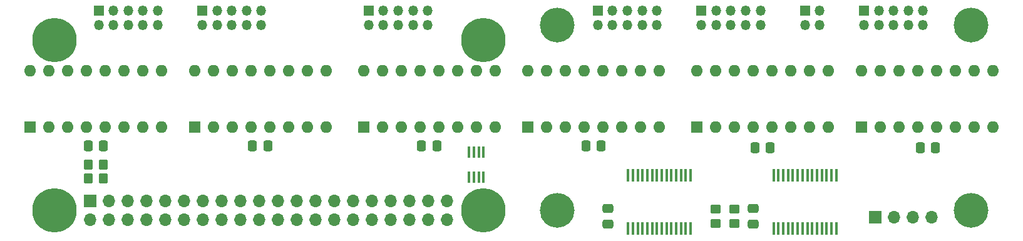
<source format=gbr>
%TF.GenerationSoftware,KiCad,Pcbnew,8.0.4+dfsg-1*%
%TF.CreationDate,2025-02-17T17:51:02+01:00*%
%TF.ProjectId,nixie-clock,6e697869-652d-4636-9c6f-636b2e6b6963,rev?*%
%TF.SameCoordinates,Original*%
%TF.FileFunction,Soldermask,Top*%
%TF.FilePolarity,Negative*%
%FSLAX46Y46*%
G04 Gerber Fmt 4.6, Leading zero omitted, Abs format (unit mm)*
G04 Created by KiCad (PCBNEW 8.0.4+dfsg-1) date 2025-02-17 17:51:02*
%MOMM*%
%LPD*%
G01*
G04 APERTURE LIST*
G04 Aperture macros list*
%AMRoundRect*
0 Rectangle with rounded corners*
0 $1 Rounding radius*
0 $2 $3 $4 $5 $6 $7 $8 $9 X,Y pos of 4 corners*
0 Add a 4 corners polygon primitive as box body*
4,1,4,$2,$3,$4,$5,$6,$7,$8,$9,$2,$3,0*
0 Add four circle primitives for the rounded corners*
1,1,$1+$1,$2,$3*
1,1,$1+$1,$4,$5*
1,1,$1+$1,$6,$7*
1,1,$1+$1,$8,$9*
0 Add four rect primitives between the rounded corners*
20,1,$1+$1,$2,$3,$4,$5,0*
20,1,$1+$1,$4,$5,$6,$7,0*
20,1,$1+$1,$6,$7,$8,$9,0*
20,1,$1+$1,$8,$9,$2,$3,0*%
G04 Aperture macros list end*
%ADD10R,0.450000X1.750000*%
%ADD11RoundRect,0.250000X0.337500X0.475000X-0.337500X0.475000X-0.337500X-0.475000X0.337500X-0.475000X0*%
%ADD12R,1.700000X1.700000*%
%ADD13O,1.700000X1.700000*%
%ADD14R,1.600000X1.600000*%
%ADD15O,1.600000X1.600000*%
%ADD16RoundRect,0.250000X0.450000X-0.350000X0.450000X0.350000X-0.450000X0.350000X-0.450000X-0.350000X0*%
%ADD17RoundRect,0.250000X-0.475000X0.337500X-0.475000X-0.337500X0.475000X-0.337500X0.475000X0.337500X0*%
%ADD18RoundRect,0.250000X-0.350000X-0.450000X0.350000X-0.450000X0.350000X0.450000X-0.350000X0.450000X0*%
%ADD19C,4.700000*%
%ADD20C,6.000000*%
%ADD21R,0.300000X1.600000*%
%ADD22R,1.350000X1.350000*%
%ADD23O,1.350000X1.350000*%
G04 APERTURE END LIST*
D10*
%TO.C,U1*%
X168055000Y-111335000D03*
X167405000Y-111335000D03*
X166755000Y-111335000D03*
X166105000Y-111335000D03*
X165455000Y-111335000D03*
X164805000Y-111335000D03*
X164155000Y-111335000D03*
X163505000Y-111335000D03*
X162855000Y-111335000D03*
X162205000Y-111335000D03*
X161555000Y-111335000D03*
X160905000Y-111335000D03*
X160255000Y-111335000D03*
X159605000Y-111335000D03*
X159605000Y-118535000D03*
X160255000Y-118535000D03*
X160905000Y-118535000D03*
X161555000Y-118535000D03*
X162205000Y-118535000D03*
X162855000Y-118535000D03*
X163505000Y-118535000D03*
X164155000Y-118535000D03*
X164805000Y-118535000D03*
X165455000Y-118535000D03*
X166105000Y-118535000D03*
X166755000Y-118535000D03*
X167405000Y-118535000D03*
X168055000Y-118535000D03*
%TD*%
D11*
%TO.C,C7*%
X201189500Y-107569000D03*
X199114500Y-107569000D03*
%TD*%
D12*
%TO.C,J2*%
X193000000Y-117000000D03*
D13*
X195540000Y-117000000D03*
X198080000Y-117000000D03*
X200620000Y-117000000D03*
%TD*%
D14*
%TO.C,U6*%
X146065000Y-104765000D03*
D15*
X148605000Y-104765000D03*
X151145000Y-104765000D03*
X153685000Y-104765000D03*
X156225000Y-104765000D03*
X158765000Y-104765000D03*
X161305000Y-104765000D03*
X163845000Y-104765000D03*
X163845000Y-97145000D03*
X161305000Y-97145000D03*
X158765000Y-97145000D03*
X156225000Y-97145000D03*
X153685000Y-97145000D03*
X151145000Y-97145000D03*
X148605000Y-97145000D03*
X146065000Y-97145000D03*
%TD*%
D16*
%TO.C,R7*%
X171450000Y-117840000D03*
X171450000Y-115840000D03*
%TD*%
D17*
%TO.C,C10*%
X176530000Y-115802500D03*
X176530000Y-117877500D03*
%TD*%
D14*
%TO.C,U8*%
X191150000Y-104765000D03*
D15*
X193690000Y-104765000D03*
X196230000Y-104765000D03*
X198770000Y-104765000D03*
X201310000Y-104765000D03*
X203850000Y-104765000D03*
X206390000Y-104765000D03*
X208930000Y-104765000D03*
X208930000Y-97145000D03*
X206390000Y-97145000D03*
X203850000Y-97145000D03*
X201310000Y-97145000D03*
X198770000Y-97145000D03*
X196230000Y-97145000D03*
X193690000Y-97145000D03*
X191150000Y-97145000D03*
%TD*%
D14*
%TO.C,U3*%
X78755000Y-104765000D03*
D15*
X81295000Y-104765000D03*
X83835000Y-104765000D03*
X86375000Y-104765000D03*
X88915000Y-104765000D03*
X91455000Y-104765000D03*
X93995000Y-104765000D03*
X96535000Y-104765000D03*
X96535000Y-97145000D03*
X93995000Y-97145000D03*
X91455000Y-97145000D03*
X88915000Y-97145000D03*
X86375000Y-97145000D03*
X83835000Y-97145000D03*
X81295000Y-97145000D03*
X78755000Y-97145000D03*
%TD*%
D14*
%TO.C,U2*%
X123840000Y-104755000D03*
D15*
X126380000Y-104755000D03*
X128920000Y-104755000D03*
X131460000Y-104755000D03*
X134000000Y-104755000D03*
X136540000Y-104755000D03*
X139080000Y-104755000D03*
X141620000Y-104755000D03*
X141620000Y-97135000D03*
X139080000Y-97135000D03*
X136540000Y-97135000D03*
X134000000Y-97135000D03*
X131460000Y-97135000D03*
X128920000Y-97135000D03*
X126380000Y-97135000D03*
X123840000Y-97135000D03*
%TD*%
D18*
%TO.C,R5*%
X86630000Y-111760000D03*
X88630000Y-111760000D03*
%TD*%
D19*
%TO.C,H1*%
X206000000Y-116000000D03*
%TD*%
D16*
%TO.C,R6*%
X173990000Y-117840000D03*
X173990000Y-115840000D03*
%TD*%
D19*
%TO.C,H2*%
X206000000Y-91000000D03*
%TD*%
D14*
%TO.C,U7*%
X168925000Y-104765000D03*
D15*
X171465000Y-104765000D03*
X174005000Y-104765000D03*
X176545000Y-104765000D03*
X179085000Y-104765000D03*
X181625000Y-104765000D03*
X184165000Y-104765000D03*
X186705000Y-104765000D03*
X186705000Y-97145000D03*
X184165000Y-97145000D03*
X181625000Y-97145000D03*
X179085000Y-97145000D03*
X176545000Y-97145000D03*
X174005000Y-97145000D03*
X171465000Y-97145000D03*
X168925000Y-97145000D03*
%TD*%
D18*
%TO.C,R4*%
X86630000Y-109855000D03*
X88630000Y-109855000D03*
%TD*%
D11*
%TO.C,C2*%
X133752500Y-107315000D03*
X131677500Y-107315000D03*
%TD*%
D10*
%TO.C,U11*%
X187740000Y-111335000D03*
X187090000Y-111335000D03*
X186440000Y-111335000D03*
X185790000Y-111335000D03*
X185140000Y-111335000D03*
X184490000Y-111335000D03*
X183840000Y-111335000D03*
X183190000Y-111335000D03*
X182540000Y-111335000D03*
X181890000Y-111335000D03*
X181240000Y-111335000D03*
X180590000Y-111335000D03*
X179940000Y-111335000D03*
X179290000Y-111335000D03*
X179290000Y-118535000D03*
X179940000Y-118535000D03*
X180590000Y-118535000D03*
X181240000Y-118535000D03*
X181890000Y-118535000D03*
X182540000Y-118535000D03*
X183190000Y-118535000D03*
X183840000Y-118535000D03*
X184490000Y-118535000D03*
X185140000Y-118535000D03*
X185790000Y-118535000D03*
X186440000Y-118535000D03*
X187090000Y-118535000D03*
X187740000Y-118535000D03*
%TD*%
D19*
%TO.C,H4*%
X150000000Y-116000000D03*
%TD*%
D14*
%TO.C,U5*%
X100980000Y-104765000D03*
D15*
X103520000Y-104765000D03*
X106060000Y-104765000D03*
X108600000Y-104765000D03*
X111140000Y-104765000D03*
X113680000Y-104765000D03*
X116220000Y-104765000D03*
X118760000Y-104765000D03*
X118760000Y-97145000D03*
X116220000Y-97145000D03*
X113680000Y-97145000D03*
X111140000Y-97145000D03*
X108600000Y-97145000D03*
X106060000Y-97145000D03*
X103520000Y-97145000D03*
X100980000Y-97145000D03*
%TD*%
D11*
%TO.C,C3*%
X88667500Y-107315000D03*
X86592500Y-107315000D03*
%TD*%
D20*
%TO.C,J1*%
X82000000Y-116000000D03*
X140000000Y-116000000D03*
X82000000Y-93000000D03*
X140000000Y-93000000D03*
D12*
X86870000Y-114730000D03*
D13*
X86870000Y-117270000D03*
X89410000Y-114730000D03*
X89410000Y-117270000D03*
X91950000Y-114730000D03*
X91950000Y-117270000D03*
X94490000Y-114730000D03*
X94490000Y-117270000D03*
X97030000Y-114730000D03*
X97030000Y-117270000D03*
X99570000Y-114730000D03*
X99570000Y-117270000D03*
X102110000Y-114730000D03*
X102110000Y-117270000D03*
X104650000Y-114730000D03*
X104650000Y-117270000D03*
X107190000Y-114730000D03*
X107190000Y-117270000D03*
X109730000Y-114730000D03*
X109730000Y-117270000D03*
X112270000Y-114730000D03*
X112270000Y-117270000D03*
X114810000Y-114730000D03*
X114810000Y-117270000D03*
X117350000Y-114730000D03*
X117350000Y-117270000D03*
X119890000Y-114730000D03*
X119890000Y-117270000D03*
X122430000Y-114730000D03*
X122430000Y-117270000D03*
X124970000Y-114730000D03*
X124970000Y-117270000D03*
X127510000Y-114730000D03*
X127510000Y-117270000D03*
X130050000Y-114730000D03*
X130050000Y-117270000D03*
X132590000Y-114730000D03*
X132590000Y-117270000D03*
X135130000Y-114730000D03*
X135130000Y-117270000D03*
%TD*%
D11*
%TO.C,C4*%
X110892500Y-107315000D03*
X108817500Y-107315000D03*
%TD*%
%TO.C,C6*%
X178837500Y-107569000D03*
X176762500Y-107569000D03*
%TD*%
D19*
%TO.C,H3*%
X150000000Y-91000000D03*
%TD*%
D17*
%TO.C,C1*%
X156845000Y-115802500D03*
X156845000Y-117877500D03*
%TD*%
D21*
%TO.C,U4*%
X140040000Y-108155000D03*
X139390000Y-108155000D03*
X138740000Y-108155000D03*
X138090000Y-108155000D03*
X138090000Y-111555000D03*
X138740000Y-111555000D03*
X139390000Y-111555000D03*
X140040000Y-111555000D03*
%TD*%
D11*
%TO.C,C5*%
X155977500Y-107315000D03*
X153902500Y-107315000D03*
%TD*%
D22*
%TO.C,J5*%
X102000000Y-89000000D03*
D23*
X102000000Y-91000000D03*
X104000000Y-89000000D03*
X104000000Y-91000000D03*
X106000000Y-89000000D03*
X106000000Y-91000000D03*
X108000000Y-89000000D03*
X108000000Y-91000000D03*
X110000000Y-89000000D03*
X110000000Y-91000000D03*
%TD*%
D22*
%TO.C,J7*%
X155500000Y-89000000D03*
D23*
X155500000Y-91000000D03*
X157500000Y-89000000D03*
X157500000Y-91000000D03*
X159500000Y-89000000D03*
X159500000Y-91000000D03*
X161500000Y-89000000D03*
X161500000Y-91000000D03*
X163500000Y-89000000D03*
X163500000Y-91000000D03*
%TD*%
D22*
%TO.C,J3*%
X88000000Y-89000000D03*
D23*
X88000000Y-91000000D03*
X90000000Y-89000000D03*
X90000000Y-91000000D03*
X92000000Y-89000000D03*
X92000000Y-91000000D03*
X94000000Y-89000000D03*
X94000000Y-91000000D03*
X96000000Y-89000000D03*
X96000000Y-91000000D03*
%TD*%
D22*
%TO.C,J9*%
X191500000Y-89000000D03*
D23*
X191500000Y-91000000D03*
X193500000Y-89000000D03*
X193500000Y-91000000D03*
X195500000Y-89000000D03*
X195500000Y-91000000D03*
X197500000Y-89000000D03*
X197500000Y-91000000D03*
X199500000Y-89000000D03*
X199500000Y-91000000D03*
%TD*%
D22*
%TO.C,J6*%
X124500000Y-89000000D03*
D23*
X124500000Y-91000000D03*
X126500000Y-89000000D03*
X126500000Y-91000000D03*
X128500000Y-89000000D03*
X128500000Y-91000000D03*
X130500000Y-89000000D03*
X130500000Y-91000000D03*
X132500000Y-89000000D03*
X132500000Y-91000000D03*
%TD*%
D22*
%TO.C,J4*%
X183500000Y-89000000D03*
D23*
X183500000Y-91000000D03*
X185500000Y-89000000D03*
X185500000Y-91000000D03*
%TD*%
D22*
%TO.C,J8*%
X169500000Y-89000000D03*
D23*
X169500000Y-91000000D03*
X171500000Y-89000000D03*
X171500000Y-91000000D03*
X173500000Y-89000000D03*
X173500000Y-91000000D03*
X175500000Y-89000000D03*
X175500000Y-91000000D03*
X177500000Y-89000000D03*
X177500000Y-91000000D03*
%TD*%
M02*

</source>
